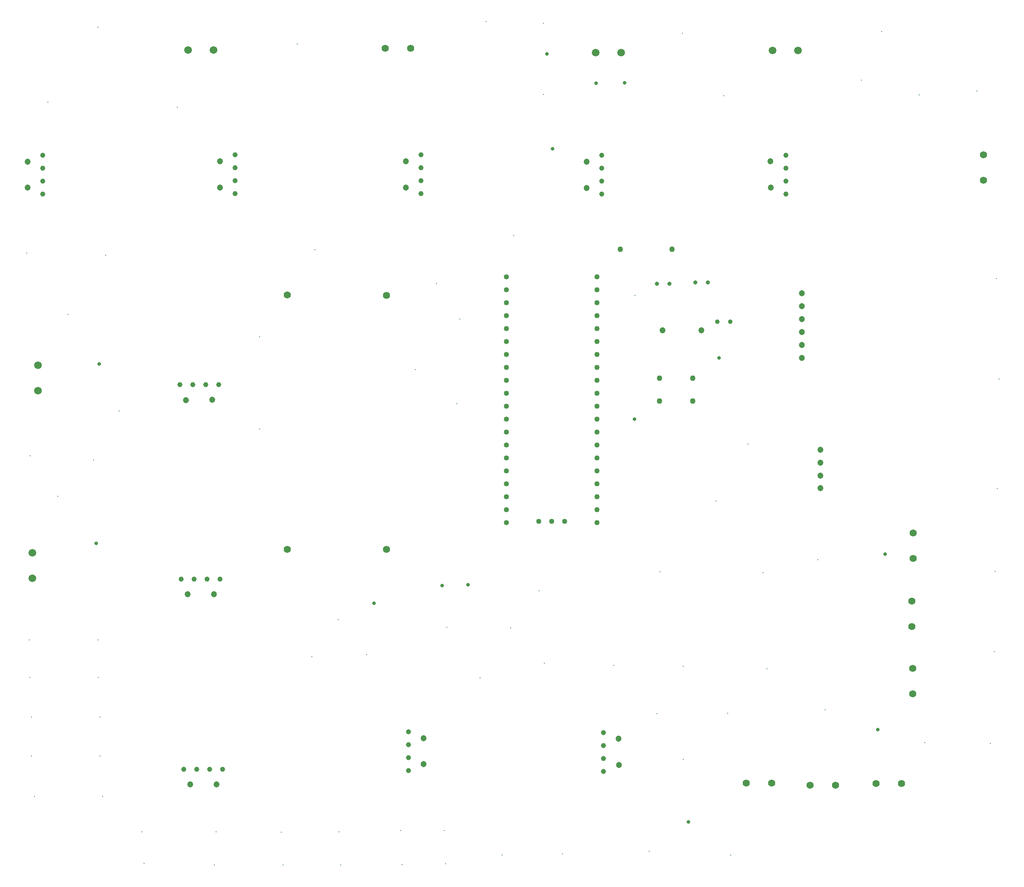
<source format=gbr>
%TF.GenerationSoftware,KiCad,Pcbnew,7.0.11+dfsg-1build4*%
%TF.CreationDate,2025-03-10T12:53:19+05:30*%
%TF.ProjectId,incubator,696e6375-6261-4746-9f72-2e6b69636164,rev?*%
%TF.SameCoordinates,Original*%
%TF.FileFunction,Plated,1,2,PTH,Drill*%
%TF.FilePolarity,Positive*%
%FSLAX46Y46*%
G04 Gerber Fmt 4.6, Leading zero omitted, Abs format (unit mm)*
G04 Created by KiCad (PCBNEW 7.0.11+dfsg-1build4) date 2025-03-10 12:53:19*
%MOMM*%
%LPD*%
G01*
G04 APERTURE LIST*
%TA.AperFunction,ViaDrill*%
%ADD10C,0.300000*%
%TD*%
%TA.AperFunction,ComponentDrill*%
%ADD11C,0.700000*%
%TD*%
%TA.AperFunction,ComponentDrill*%
%ADD12C,0.800000*%
%TD*%
%TA.AperFunction,ComponentDrill*%
%ADD13C,0.900000*%
%TD*%
%TA.AperFunction,ComponentDrill*%
%ADD14C,1.000000*%
%TD*%
%TA.AperFunction,ComponentDrill*%
%ADD15C,1.020000*%
%TD*%
%TA.AperFunction,ComponentDrill*%
%ADD16C,1.100000*%
%TD*%
%TA.AperFunction,ComponentDrill*%
%ADD17C,1.200000*%
%TD*%
%TA.AperFunction,ComponentDrill*%
%ADD18C,1.400000*%
%TD*%
%TA.AperFunction,ComponentDrill*%
%ADD19C,1.500000*%
%TD*%
G04 APERTURE END LIST*
D10*
X33600000Y-62250000D03*
X34100000Y-138175000D03*
X34175000Y-145575000D03*
X34325000Y-102075000D03*
X34525000Y-153375000D03*
X34525000Y-161025000D03*
X35100000Y-168975000D03*
X37775000Y-32650000D03*
X39700000Y-110050000D03*
X41725000Y-74275000D03*
X46722453Y-102899651D03*
X47550000Y-138175000D03*
X47575000Y-17875000D03*
X47625000Y-145575000D03*
X47975000Y-153375000D03*
X47975000Y-161025000D03*
X48550000Y-168975000D03*
X49100000Y-62725000D03*
X51725000Y-93250000D03*
X56225000Y-175875000D03*
X56600000Y-182075000D03*
X63182373Y-33609439D03*
X70425000Y-182425000D03*
X70775000Y-175875000D03*
X79350000Y-78700000D03*
X79350000Y-96825000D03*
X83539979Y-175995636D03*
X83900000Y-182425000D03*
X86675000Y-21200000D03*
X89600000Y-141475000D03*
X90150000Y-61625000D03*
X94725000Y-134200000D03*
X94875000Y-175875000D03*
X95225000Y-182425000D03*
X100325000Y-141100000D03*
X107025000Y-175650000D03*
X107300000Y-182350000D03*
X109925000Y-85125000D03*
X114075000Y-68200000D03*
X115575000Y-175625000D03*
X115850000Y-182150000D03*
X116075000Y-135750000D03*
X118025000Y-91800000D03*
X118625000Y-75250000D03*
X122625000Y-145625000D03*
X123775000Y-16825000D03*
X126950000Y-180425000D03*
X128575000Y-135850000D03*
X129225000Y-58775000D03*
X134175000Y-128575000D03*
X135000000Y-17175000D03*
X135000000Y-31125000D03*
X135250000Y-142775000D03*
X138750000Y-180225000D03*
X148825000Y-143200000D03*
X153000000Y-70550000D03*
X155775000Y-179725000D03*
X157350000Y-152700000D03*
X157900000Y-124850000D03*
X162300000Y-19075000D03*
X162500000Y-143350000D03*
X162500000Y-161650000D03*
X168900000Y-110950000D03*
X170400000Y-31350000D03*
X171200000Y-152625000D03*
X171825000Y-180475000D03*
X175200000Y-99775000D03*
X178175000Y-125025000D03*
X178900000Y-143850000D03*
X188850000Y-122500000D03*
X190350000Y-151900000D03*
X197450000Y-28300000D03*
X201450000Y-18750000D03*
X208750000Y-31200000D03*
X209925000Y-158350000D03*
X220125000Y-30450000D03*
X222750000Y-158550000D03*
X223550000Y-140475000D03*
X223725000Y-124725000D03*
X223925000Y-67275000D03*
X224075000Y-108450000D03*
X224475000Y-87025000D03*
D11*
%TO.C,TP8*%
X47200000Y-119250000D03*
%TO.C,TP5*%
X47800000Y-84025000D03*
%TO.C,TP9*%
X101750000Y-130975000D03*
%TO.C,*%
X115130000Y-127550000D03*
%TO.C,scl*%
X120234000Y-127360000D03*
%TO.C,TP13*%
X135700000Y-23150000D03*
%TO.C,TP7*%
X136850000Y-41775000D03*
%TO.C,TP4*%
X145350000Y-28925000D03*
%TO.C,TP14*%
X150975000Y-28800000D03*
%TO.C,TP6*%
X152875000Y-94900000D03*
%TO.C,TP11*%
X163525000Y-173900000D03*
%TO.C,TP3*%
X169501000Y-82873000D03*
%TO.C,TP10*%
X200700000Y-155825000D03*
%TO.C,*%
X202100000Y-121325000D03*
D12*
%TO.C,C3*%
X157300000Y-68300000D03*
X159800000Y-68300000D03*
%TO.C,C1*%
X164825888Y-68023000D03*
X167325888Y-68023000D03*
D13*
%TO.C,D1*%
X169125000Y-75725000D03*
X171665000Y-75725000D03*
D14*
%TO.C,U7*%
X36729000Y-43045500D03*
X36729000Y-45585500D03*
X36729000Y-48125500D03*
X36729000Y-50665500D03*
%TO.C,U9*%
X63638000Y-88120000D03*
%TO.C,U11*%
X63963000Y-126245000D03*
%TO.C,U12*%
X64463000Y-163595000D03*
%TO.C,U9*%
X66178000Y-88120000D03*
%TO.C,U11*%
X66503000Y-126245000D03*
%TO.C,U12*%
X67003000Y-163595000D03*
%TO.C,U9*%
X68718000Y-88120000D03*
%TO.C,U11*%
X69043000Y-126245000D03*
%TO.C,U12*%
X69543000Y-163595000D03*
%TO.C,U9*%
X71258000Y-88120000D03*
%TO.C,U11*%
X71583000Y-126245000D03*
%TO.C,U12*%
X72083000Y-163595000D03*
%TO.C,U8*%
X74485000Y-42990000D03*
X74485000Y-45530000D03*
X74485000Y-48070000D03*
X74485000Y-50610000D03*
%TO.C,U4*%
X108515000Y-156240000D03*
X108515000Y-158780000D03*
X108515000Y-161320000D03*
X108515000Y-163860000D03*
%TO.C,U5*%
X111004000Y-42995500D03*
X111004000Y-45535500D03*
X111004000Y-48075500D03*
X111004000Y-50615500D03*
%TO.C,U6*%
X146479000Y-43070500D03*
X146479000Y-45610500D03*
X146479000Y-48150500D03*
X146479000Y-50690500D03*
%TO.C,U13*%
X146840000Y-156390000D03*
X146840000Y-158930000D03*
X146840000Y-161470000D03*
X146840000Y-164010000D03*
%TO.C,U1*%
X182585000Y-43040000D03*
X182585000Y-45580000D03*
X182585000Y-48120000D03*
X182585000Y-50660000D03*
D15*
%TO.C,U3*%
X127750000Y-66880000D03*
X127750000Y-69420000D03*
X127750000Y-71960000D03*
X127750000Y-74500000D03*
X127750000Y-77040000D03*
X127750000Y-79580000D03*
X127750000Y-82120000D03*
X127750000Y-84660000D03*
X127750000Y-87200000D03*
X127750000Y-89740000D03*
X127750000Y-92280000D03*
X127750000Y-94820000D03*
X127750000Y-97360000D03*
X127750000Y-99900000D03*
X127750000Y-102440000D03*
X127750000Y-104980000D03*
X127750000Y-107520000D03*
X127750000Y-110060000D03*
X127750000Y-112600000D03*
X127750000Y-115140000D03*
X134100000Y-114910000D03*
X136640000Y-114910000D03*
X139180000Y-114910000D03*
X145530000Y-66880000D03*
X145530000Y-69420000D03*
X145530000Y-71960000D03*
X145530000Y-74500000D03*
X145530000Y-77040000D03*
X145530000Y-79580000D03*
X145530000Y-82120000D03*
X145530000Y-84660000D03*
X145530000Y-87200000D03*
X145530000Y-89740000D03*
X145530000Y-92280000D03*
X145530000Y-94820000D03*
X145530000Y-97360000D03*
X145530000Y-99900000D03*
X145530000Y-102440000D03*
X145530000Y-104980000D03*
X145530000Y-107520000D03*
X145530000Y-110060000D03*
X145530000Y-112600000D03*
X145530000Y-115140000D03*
D16*
%TO.C,D2*%
X150091000Y-61523000D03*
%TO.C,SW1*%
X157825000Y-86800000D03*
X157825000Y-91300000D03*
%TO.C,D2*%
X160251000Y-61523000D03*
%TO.C,SW1*%
X164325000Y-86800000D03*
X164325000Y-91300000D03*
D17*
%TO.C,U7*%
X33749000Y-44275500D03*
X33779000Y-49415500D03*
%TO.C,U9*%
X64868000Y-91100000D03*
%TO.C,U11*%
X65193000Y-129225000D03*
%TO.C,U12*%
X65693000Y-166575000D03*
%TO.C,U9*%
X70008000Y-91070000D03*
%TO.C,U11*%
X70333000Y-129195000D03*
%TO.C,U12*%
X70833000Y-166545000D03*
%TO.C,U8*%
X71505000Y-44220000D03*
X71535000Y-49360000D03*
%TO.C,U5*%
X108024000Y-44225500D03*
X108054000Y-49365500D03*
%TO.C,U4*%
X111465000Y-157490000D03*
X111495000Y-162630000D03*
%TO.C,U6*%
X143499000Y-44300500D03*
X143529000Y-49440500D03*
%TO.C,U13*%
X149790000Y-157640000D03*
X149820000Y-162780000D03*
%TO.C,R1*%
X158381000Y-77393000D03*
X166001000Y-77393000D03*
%TO.C,U1*%
X179605000Y-44270000D03*
X179635000Y-49410000D03*
%TO.C,U10*%
X185754000Y-70150000D03*
X185754000Y-72690000D03*
X185754000Y-75230000D03*
X185754000Y-77770000D03*
X185754000Y-80310000D03*
X185754000Y-82850000D03*
%TO.C,U14*%
X189360000Y-100895000D03*
X189360000Y-103435000D03*
X189360000Y-105975000D03*
X189360000Y-108425000D03*
D18*
%TO.C,U2*%
X84719000Y-70495000D03*
X84769000Y-120405000D03*
%TO.C,J1*%
X103950000Y-22050000D03*
%TO.C,U2*%
X104229000Y-120445000D03*
X104239000Y-70525000D03*
%TO.C,J1*%
X108950000Y-22050000D03*
%TO.C,J15*%
X174855000Y-166360000D03*
X179855000Y-166360000D03*
%TO.C,J13*%
X187375000Y-166700000D03*
X192375000Y-166700000D03*
%TO.C,J16*%
X200355000Y-166410000D03*
X205355000Y-166410000D03*
%TO.C,J17*%
X207375000Y-130625000D03*
X207375000Y-135625000D03*
%TO.C,J12*%
X207475000Y-143755000D03*
X207475000Y-148755000D03*
%TO.C,J6*%
X207600000Y-117175000D03*
X207600000Y-122175000D03*
%TO.C,J2*%
X221400000Y-42975000D03*
X221400000Y-47975000D03*
D19*
%TO.C,J5*%
X34700000Y-121073000D03*
X34700000Y-126073000D03*
%TO.C,J20*%
X35775000Y-84250000D03*
X35775000Y-89250000D03*
%TO.C,J3*%
X65250000Y-22425000D03*
X70250000Y-22425000D03*
%TO.C,J21*%
X145250000Y-22925000D03*
X150250000Y-22925000D03*
%TO.C,J22*%
X180000000Y-22450000D03*
X185000000Y-22450000D03*
M02*

</source>
